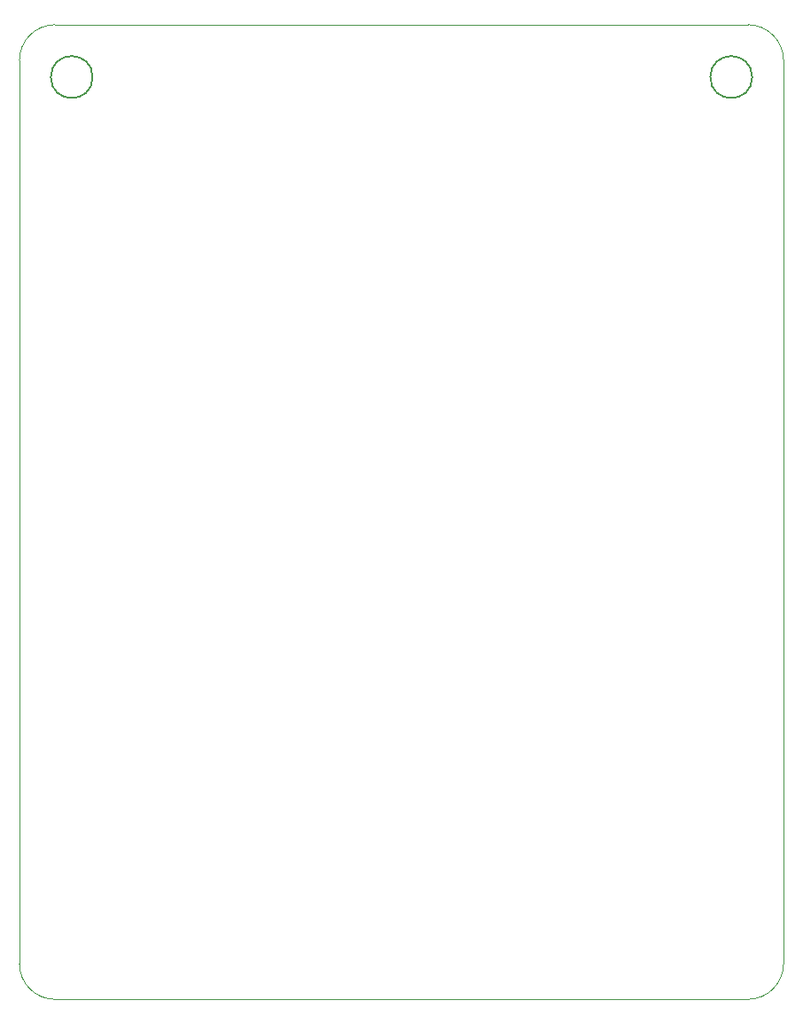
<source format=gbr>
%TF.GenerationSoftware,KiCad,Pcbnew,9.0.2*%
%TF.CreationDate,2025-06-17T11:42:24-05:00*%
%TF.ProjectId,board1,626f6172-6431-42e6-9b69-6361645f7063,rev?*%
%TF.SameCoordinates,Original*%
%TF.FileFunction,Profile,NP*%
%FSLAX46Y46*%
G04 Gerber Fmt 4.6, Leading zero omitted, Abs format (unit mm)*
G04 Created by KiCad (PCBNEW 9.0.2) date 2025-06-17 11:42:24*
%MOMM*%
%LPD*%
G01*
G04 APERTURE LIST*
%TA.AperFunction,Profile*%
%ADD10C,0.050000*%
%TD*%
%TA.AperFunction,Profile*%
%ADD11C,0.127000*%
%TD*%
G04 APERTURE END LIST*
D10*
X112001100Y-61917806D02*
G75*
G02*
X115415306Y-58503600I3414200J6D01*
G01*
X112001100Y-61917807D02*
X112001100Y-148089394D01*
X185001100Y-148089395D02*
G75*
G02*
X181586893Y-151503600I-3414200J-5D01*
G01*
X185001100Y-148089394D02*
X185001100Y-61917807D01*
X181586893Y-58503600D02*
G75*
G02*
X185001100Y-61917807I7J-3414200D01*
G01*
D11*
X119001100Y-63503600D02*
G75*
G02*
X115001100Y-63503600I-2000000J0D01*
G01*
X115001100Y-63503600D02*
G75*
G02*
X119001100Y-63503600I2000000J0D01*
G01*
D10*
X181586893Y-58503600D02*
X115415306Y-58503600D01*
D11*
X182001100Y-63503600D02*
G75*
G02*
X178001100Y-63503600I-2000000J0D01*
G01*
X178001100Y-63503600D02*
G75*
G02*
X182001100Y-63503600I2000000J0D01*
G01*
D10*
X115415306Y-151503600D02*
G75*
G02*
X112001100Y-148089394I-6J3414200D01*
G01*
X115415306Y-151503600D02*
X181586893Y-151503600D01*
M02*

</source>
